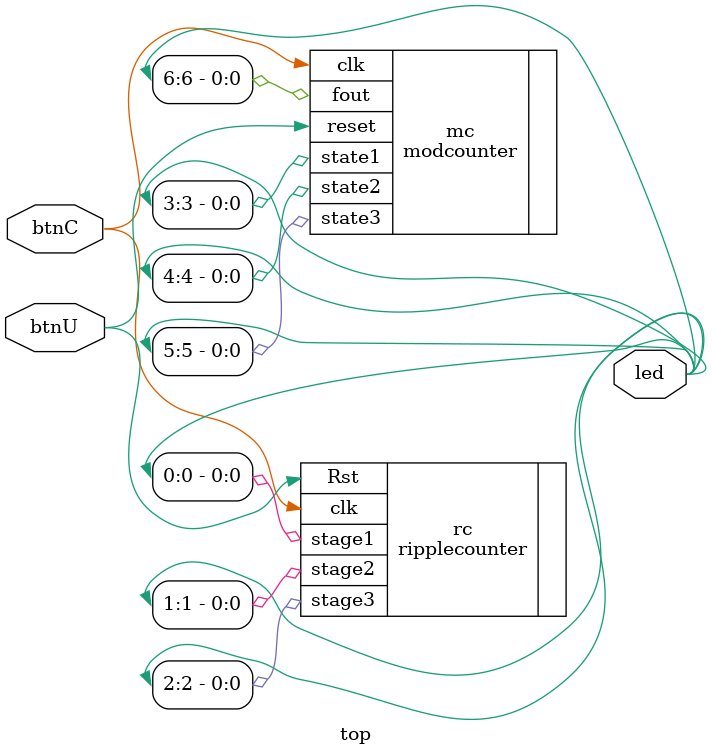
<source format=v>
module top (
    input btnC,
    input btnU,
    output [6:0] led
);

    modcounter mc (
        .reset(btnU),
        .clk(btnC),
        .state1(led[3]),
        .state2(led[4]),
        .state3(led[5]),
        .fout(led[6])
    );
    
    ripplecounter rc (
        .clk(btnC),
        .Rst(btnU),
        .stage1(led[0]),
        .stage2(led[1]),
        .stage3(led[2])
    );
    
endmodule
</source>
